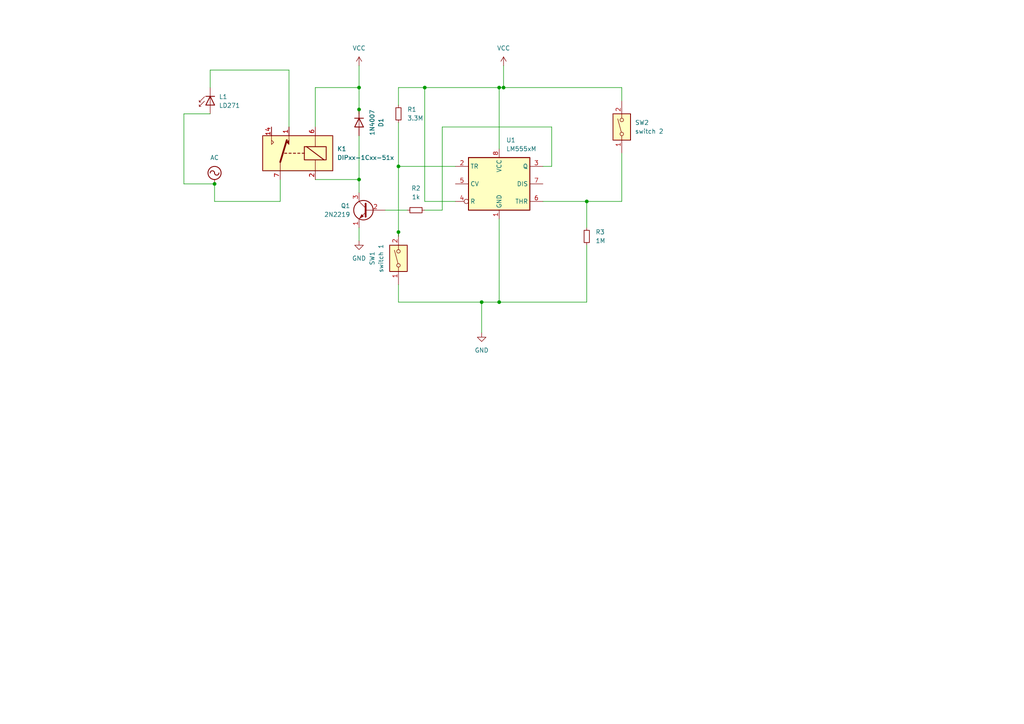
<source format=kicad_sch>
(kicad_sch (version 20211123) (generator eeschema)

  (uuid 9c6816c4-88e1-4208-9897-3ec1d807db60)

  (paper "A4")

  (lib_symbols
    (symbol "Device:R_Small" (pin_numbers hide) (pin_names (offset 0.254) hide) (in_bom yes) (on_board yes)
      (property "Reference" "R" (id 0) (at 0.762 0.508 0)
        (effects (font (size 1.27 1.27)) (justify left))
      )
      (property "Value" "R_Small" (id 1) (at 0.762 -1.016 0)
        (effects (font (size 1.27 1.27)) (justify left))
      )
      (property "Footprint" "" (id 2) (at 0 0 0)
        (effects (font (size 1.27 1.27)) hide)
      )
      (property "Datasheet" "~" (id 3) (at 0 0 0)
        (effects (font (size 1.27 1.27)) hide)
      )
      (property "ki_keywords" "R resistor" (id 4) (at 0 0 0)
        (effects (font (size 1.27 1.27)) hide)
      )
      (property "ki_description" "Resistor, small symbol" (id 5) (at 0 0 0)
        (effects (font (size 1.27 1.27)) hide)
      )
      (property "ki_fp_filters" "R_*" (id 6) (at 0 0 0)
        (effects (font (size 1.27 1.27)) hide)
      )
      (symbol "R_Small_0_1"
        (rectangle (start -0.762 1.778) (end 0.762 -1.778)
          (stroke (width 0.2032) (type default) (color 0 0 0 0))
          (fill (type none))
        )
      )
      (symbol "R_Small_1_1"
        (pin passive line (at 0 2.54 270) (length 0.762)
          (name "~" (effects (font (size 1.27 1.27))))
          (number "1" (effects (font (size 1.27 1.27))))
        )
        (pin passive line (at 0 -2.54 90) (length 0.762)
          (name "~" (effects (font (size 1.27 1.27))))
          (number "2" (effects (font (size 1.27 1.27))))
        )
      )
    )
    (symbol "Diode:1N4007" (pin_numbers hide) (pin_names (offset 1.016) hide) (in_bom yes) (on_board yes)
      (property "Reference" "D" (id 0) (at 0 2.54 0)
        (effects (font (size 1.27 1.27)))
      )
      (property "Value" "1N4007" (id 1) (at 0 -2.54 0)
        (effects (font (size 1.27 1.27)))
      )
      (property "Footprint" "Diode_THT:D_DO-41_SOD81_P10.16mm_Horizontal" (id 2) (at 0 -4.445 0)
        (effects (font (size 1.27 1.27)) hide)
      )
      (property "Datasheet" "http://www.vishay.com/docs/88503/1n4001.pdf" (id 3) (at 0 0 0)
        (effects (font (size 1.27 1.27)) hide)
      )
      (property "ki_keywords" "diode" (id 4) (at 0 0 0)
        (effects (font (size 1.27 1.27)) hide)
      )
      (property "ki_description" "1000V 1A General Purpose Rectifier Diode, DO-41" (id 5) (at 0 0 0)
        (effects (font (size 1.27 1.27)) hide)
      )
      (property "ki_fp_filters" "D*DO?41*" (id 6) (at 0 0 0)
        (effects (font (size 1.27 1.27)) hide)
      )
      (symbol "1N4007_0_1"
        (polyline
          (pts
            (xy -1.27 1.27)
            (xy -1.27 -1.27)
          )
          (stroke (width 0.254) (type default) (color 0 0 0 0))
          (fill (type none))
        )
        (polyline
          (pts
            (xy 1.27 0)
            (xy -1.27 0)
          )
          (stroke (width 0) (type default) (color 0 0 0 0))
          (fill (type none))
        )
        (polyline
          (pts
            (xy 1.27 1.27)
            (xy 1.27 -1.27)
            (xy -1.27 0)
            (xy 1.27 1.27)
          )
          (stroke (width 0.254) (type default) (color 0 0 0 0))
          (fill (type none))
        )
      )
      (symbol "1N4007_1_1"
        (pin passive line (at -3.81 0 0) (length 2.54)
          (name "K" (effects (font (size 1.27 1.27))))
          (number "1" (effects (font (size 1.27 1.27))))
        )
        (pin passive line (at 3.81 0 180) (length 2.54)
          (name "A" (effects (font (size 1.27 1.27))))
          (number "2" (effects (font (size 1.27 1.27))))
        )
      )
    )
    (symbol "LED:LD271" (pin_numbers hide) (pin_names (offset 1.016) hide) (in_bom yes) (on_board yes)
      (property "Reference" "D" (id 0) (at 0.508 1.778 0)
        (effects (font (size 1.27 1.27)) (justify left))
      )
      (property "Value" "LD271" (id 1) (at -1.016 -2.794 0)
        (effects (font (size 1.27 1.27)))
      )
      (property "Footprint" "LED_THT:LED_D5.0mm_IRGrey" (id 2) (at 0 4.445 0)
        (effects (font (size 1.27 1.27)) hide)
      )
      (property "Datasheet" "http://www.alliedelec.com/m/d/40788c34903a719969df15f1fbea1056.pdf" (id 3) (at -1.27 0 0)
        (effects (font (size 1.27 1.27)) hide)
      )
      (property "ki_keywords" "IR LED" (id 4) (at 0 0 0)
        (effects (font (size 1.27 1.27)) hide)
      )
      (property "ki_description" "940nm IR-LED, 5mm" (id 5) (at 0 0 0)
        (effects (font (size 1.27 1.27)) hide)
      )
      (property "ki_fp_filters" "LED*5.0mm*IRGrey*" (id 6) (at 0 0 0)
        (effects (font (size 1.27 1.27)) hide)
      )
      (symbol "LD271_0_1"
        (polyline
          (pts
            (xy -2.54 1.27)
            (xy -2.54 -1.27)
          )
          (stroke (width 0.254) (type default) (color 0 0 0 0))
          (fill (type none))
        )
        (polyline
          (pts
            (xy 0 0)
            (xy -2.54 0)
          )
          (stroke (width 0) (type default) (color 0 0 0 0))
          (fill (type none))
        )
        (polyline
          (pts
            (xy 0.381 3.175)
            (xy -0.127 3.175)
          )
          (stroke (width 0) (type default) (color 0 0 0 0))
          (fill (type none))
        )
        (polyline
          (pts
            (xy -1.143 1.651)
            (xy 0.381 3.175)
            (xy 0.381 2.667)
          )
          (stroke (width 0) (type default) (color 0 0 0 0))
          (fill (type none))
        )
        (polyline
          (pts
            (xy 0 -1.27)
            (xy -2.54 0)
            (xy 0 1.27)
            (xy 0 -1.27)
          )
          (stroke (width 0.254) (type default) (color 0 0 0 0))
          (fill (type none))
        )
        (polyline
          (pts
            (xy -2.413 1.651)
            (xy -0.889 3.175)
            (xy -0.889 2.667)
            (xy -0.889 3.175)
            (xy -1.397 3.175)
          )
          (stroke (width 0) (type default) (color 0 0 0 0))
          (fill (type none))
        )
      )
      (symbol "LD271_1_1"
        (pin passive line (at -5.08 0 0) (length 2.54)
          (name "K" (effects (font (size 1.27 1.27))))
          (number "1" (effects (font (size 1.27 1.27))))
        )
        (pin passive line (at 2.54 0 180) (length 2.54)
          (name "A" (effects (font (size 1.27 1.27))))
          (number "2" (effects (font (size 1.27 1.27))))
        )
      )
    )
    (symbol "Relay:DIPxx-1Cxx-51x" (in_bom yes) (on_board yes)
      (property "Reference" "K" (id 0) (at 11.43 3.81 0)
        (effects (font (size 1.27 1.27)) (justify left))
      )
      (property "Value" "DIPxx-1Cxx-51x" (id 1) (at 11.43 1.27 0)
        (effects (font (size 1.27 1.27)) (justify left))
      )
      (property "Footprint" "Relay_THT:Relay_StandexMeder_DIP_LowProfile" (id 2) (at 11.43 -1.27 0)
        (effects (font (size 1.27 1.27)) (justify left) hide)
      )
      (property "Datasheet" "https://standexelectronics.com/wp-content/uploads/datasheet_reed_relay_DIP.pdf" (id 3) (at 0 0 0)
        (effects (font (size 1.27 1.27)) hide)
      )
      (property "ki_keywords" "Single Pole Reed Relay SPDT" (id 4) (at 0 0 0)
        (effects (font (size 1.27 1.27)) hide)
      )
      (property "ki_description" "Standex Meder DIP reed relay, SPDT" (id 5) (at 0 0 0)
        (effects (font (size 1.27 1.27)) hide)
      )
      (property "ki_fp_filters" "Relay*StandexMeder*DIP*LowProfile*" (id 6) (at 0 0 0)
        (effects (font (size 1.27 1.27)) hide)
      )
      (symbol "DIPxx-1Cxx-51x_0_0"
        (polyline
          (pts
            (xy 2.54 5.08)
            (xy 2.54 2.54)
            (xy 3.175 3.175)
            (xy 2.54 3.81)
          )
          (stroke (width 0) (type default) (color 0 0 0 0))
          (fill (type outline))
        )
        (polyline
          (pts
            (xy 7.62 5.08)
            (xy 7.62 2.54)
            (xy 6.985 3.175)
            (xy 7.62 3.81)
          )
          (stroke (width 0) (type default) (color 0 0 0 0))
          (fill (type none))
        )
      )
      (symbol "DIPxx-1Cxx-51x_0_1"
        (rectangle (start -10.16 5.08) (end 10.16 -5.08)
          (stroke (width 0.254) (type default) (color 0 0 0 0))
          (fill (type background))
        )
        (rectangle (start -8.255 1.905) (end -1.905 -1.905)
          (stroke (width 0.254) (type default) (color 0 0 0 0))
          (fill (type none))
        )
        (polyline
          (pts
            (xy -7.62 -1.905)
            (xy -2.54 1.905)
          )
          (stroke (width 0.254) (type default) (color 0 0 0 0))
          (fill (type none))
        )
        (polyline
          (pts
            (xy -5.08 -5.08)
            (xy -5.08 -1.905)
          )
          (stroke (width 0) (type default) (color 0 0 0 0))
          (fill (type none))
        )
        (polyline
          (pts
            (xy -5.08 5.08)
            (xy -5.08 1.905)
          )
          (stroke (width 0) (type default) (color 0 0 0 0))
          (fill (type none))
        )
        (polyline
          (pts
            (xy -1.905 0)
            (xy -1.27 0)
          )
          (stroke (width 0.254) (type default) (color 0 0 0 0))
          (fill (type none))
        )
        (polyline
          (pts
            (xy -0.635 0)
            (xy 0 0)
          )
          (stroke (width 0.254) (type default) (color 0 0 0 0))
          (fill (type none))
        )
        (polyline
          (pts
            (xy 0.635 0)
            (xy 1.27 0)
          )
          (stroke (width 0.254) (type default) (color 0 0 0 0))
          (fill (type none))
        )
        (polyline
          (pts
            (xy 1.905 0)
            (xy 2.54 0)
          )
          (stroke (width 0.254) (type default) (color 0 0 0 0))
          (fill (type none))
        )
        (polyline
          (pts
            (xy 3.175 0)
            (xy 3.81 0)
          )
          (stroke (width 0.254) (type default) (color 0 0 0 0))
          (fill (type none))
        )
        (polyline
          (pts
            (xy 5.08 -2.54)
            (xy 3.175 3.81)
          )
          (stroke (width 0.508) (type default) (color 0 0 0 0))
          (fill (type none))
        )
        (polyline
          (pts
            (xy 5.08 -2.54)
            (xy 5.08 -5.08)
          )
          (stroke (width 0) (type default) (color 0 0 0 0))
          (fill (type none))
        )
      )
      (symbol "DIPxx-1Cxx-51x_1_1"
        (pin passive line (at 2.54 7.62 270) (length 2.54)
          (name "~" (effects (font (size 1.27 1.27))))
          (number "1" (effects (font (size 1.27 1.27))))
        )
        (pin passive line (at 7.62 7.62 270) (length 2.54)
          (name "~" (effects (font (size 1.27 1.27))))
          (number "14" (effects (font (size 1.27 1.27))))
        )
        (pin passive line (at -5.08 -7.62 90) (length 2.54)
          (name "~" (effects (font (size 1.27 1.27))))
          (number "2" (effects (font (size 1.27 1.27))))
        )
        (pin passive line (at -5.08 7.62 270) (length 2.54)
          (name "~" (effects (font (size 1.27 1.27))))
          (number "6" (effects (font (size 1.27 1.27))))
        )
        (pin passive line (at 5.08 -7.62 90) (length 2.54)
          (name "~" (effects (font (size 1.27 1.27))))
          (number "7" (effects (font (size 1.27 1.27))))
        )
        (pin passive line (at 5.08 -7.62 90) (length 2.54) hide
          (name "~" (effects (font (size 1.27 1.27))))
          (number "8" (effects (font (size 1.27 1.27))))
        )
      )
    )
    (symbol "Switch:SW_DIP_x01" (pin_names (offset 0) hide) (in_bom yes) (on_board yes)
      (property "Reference" "SW" (id 0) (at 0 3.81 0)
        (effects (font (size 1.27 1.27)))
      )
      (property "Value" "SW_DIP_x01" (id 1) (at 0 -3.81 0)
        (effects (font (size 1.27 1.27)))
      )
      (property "Footprint" "" (id 2) (at 0 0 0)
        (effects (font (size 1.27 1.27)) hide)
      )
      (property "Datasheet" "~" (id 3) (at 0 0 0)
        (effects (font (size 1.27 1.27)) hide)
      )
      (property "ki_keywords" "dip switch" (id 4) (at 0 0 0)
        (effects (font (size 1.27 1.27)) hide)
      )
      (property "ki_description" "1x DIP Switch, Single Pole Single Throw (SPST) switch, small symbol" (id 5) (at 0 0 0)
        (effects (font (size 1.27 1.27)) hide)
      )
      (property "ki_fp_filters" "SW?DIP?x1*" (id 6) (at 0 0 0)
        (effects (font (size 1.27 1.27)) hide)
      )
      (symbol "SW_DIP_x01_0_0"
        (circle (center -2.032 0) (radius 0.508)
          (stroke (width 0) (type default) (color 0 0 0 0))
          (fill (type none))
        )
        (polyline
          (pts
            (xy -1.524 0.127)
            (xy 2.3622 1.1684)
          )
          (stroke (width 0) (type default) (color 0 0 0 0))
          (fill (type none))
        )
        (circle (center 2.032 0) (radius 0.508)
          (stroke (width 0) (type default) (color 0 0 0 0))
          (fill (type none))
        )
      )
      (symbol "SW_DIP_x01_0_1"
        (rectangle (start -3.81 2.54) (end 3.81 -2.54)
          (stroke (width 0.254) (type default) (color 0 0 0 0))
          (fill (type background))
        )
      )
      (symbol "SW_DIP_x01_1_1"
        (pin passive line (at -7.62 0 0) (length 5.08)
          (name "~" (effects (font (size 1.27 1.27))))
          (number "1" (effects (font (size 1.27 1.27))))
        )
        (pin passive line (at 7.62 0 180) (length 5.08)
          (name "~" (effects (font (size 1.27 1.27))))
          (number "2" (effects (font (size 1.27 1.27))))
        )
      )
    )
    (symbol "Timer:LM555xM" (in_bom yes) (on_board yes)
      (property "Reference" "U" (id 0) (at -10.16 8.89 0)
        (effects (font (size 1.27 1.27)) (justify left))
      )
      (property "Value" "LM555xM" (id 1) (at 2.54 8.89 0)
        (effects (font (size 1.27 1.27)) (justify left))
      )
      (property "Footprint" "Package_SO:SOIC-8_3.9x4.9mm_P1.27mm" (id 2) (at 21.59 -10.16 0)
        (effects (font (size 1.27 1.27)) hide)
      )
      (property "Datasheet" "http://www.ti.com/lit/ds/symlink/lm555.pdf" (id 3) (at 21.59 -10.16 0)
        (effects (font (size 1.27 1.27)) hide)
      )
      (property "ki_keywords" "single timer 555" (id 4) (at 0 0 0)
        (effects (font (size 1.27 1.27)) hide)
      )
      (property "ki_description" "Timer, 555 compatible, SOIC-8" (id 5) (at 0 0 0)
        (effects (font (size 1.27 1.27)) hide)
      )
      (property "ki_fp_filters" "SOIC*3.9x4.9mm*P1.27mm*" (id 6) (at 0 0 0)
        (effects (font (size 1.27 1.27)) hide)
      )
      (symbol "LM555xM_0_0"
        (pin power_in line (at 0 -10.16 90) (length 2.54)
          (name "GND" (effects (font (size 1.27 1.27))))
          (number "1" (effects (font (size 1.27 1.27))))
        )
        (pin power_in line (at 0 10.16 270) (length 2.54)
          (name "VCC" (effects (font (size 1.27 1.27))))
          (number "8" (effects (font (size 1.27 1.27))))
        )
      )
      (symbol "LM555xM_0_1"
        (rectangle (start -8.89 -7.62) (end 8.89 7.62)
          (stroke (width 0.254) (type default) (color 0 0 0 0))
          (fill (type background))
        )
        (rectangle (start -8.89 -7.62) (end 8.89 7.62)
          (stroke (width 0.254) (type default) (color 0 0 0 0))
          (fill (type background))
        )
      )
      (symbol "LM555xM_1_1"
        (pin input line (at -12.7 5.08 0) (length 3.81)
          (name "TR" (effects (font (size 1.27 1.27))))
          (number "2" (effects (font (size 1.27 1.27))))
        )
        (pin output line (at 12.7 5.08 180) (length 3.81)
          (name "Q" (effects (font (size 1.27 1.27))))
          (number "3" (effects (font (size 1.27 1.27))))
        )
        (pin input inverted (at -12.7 -5.08 0) (length 3.81)
          (name "R" (effects (font (size 1.27 1.27))))
          (number "4" (effects (font (size 1.27 1.27))))
        )
        (pin input line (at -12.7 0 0) (length 3.81)
          (name "CV" (effects (font (size 1.27 1.27))))
          (number "5" (effects (font (size 1.27 1.27))))
        )
        (pin input line (at 12.7 -5.08 180) (length 3.81)
          (name "THR" (effects (font (size 1.27 1.27))))
          (number "6" (effects (font (size 1.27 1.27))))
        )
        (pin input line (at 12.7 0 180) (length 3.81)
          (name "DIS" (effects (font (size 1.27 1.27))))
          (number "7" (effects (font (size 1.27 1.27))))
        )
      )
    )
    (symbol "Transistor_BJT:2N2219" (pin_names (offset 0) hide) (in_bom yes) (on_board yes)
      (property "Reference" "Q" (id 0) (at 5.08 1.905 0)
        (effects (font (size 1.27 1.27)) (justify left))
      )
      (property "Value" "2N2219" (id 1) (at 5.08 0 0)
        (effects (font (size 1.27 1.27)) (justify left))
      )
      (property "Footprint" "Package_TO_SOT_THT:TO-39-3" (id 2) (at 5.08 -1.905 0)
        (effects (font (size 1.27 1.27) italic) (justify left) hide)
      )
      (property "Datasheet" "http://www.onsemi.com/pub_link/Collateral/2N2219-D.PDF" (id 3) (at 0 0 0)
        (effects (font (size 1.27 1.27)) (justify left) hide)
      )
      (property "ki_keywords" "NPN Transistor" (id 4) (at 0 0 0)
        (effects (font (size 1.27 1.27)) hide)
      )
      (property "ki_description" "800mA Ic, 50V Vce, NPN Transistor, TO-39" (id 5) (at 0 0 0)
        (effects (font (size 1.27 1.27)) hide)
      )
      (property "ki_fp_filters" "TO?39*" (id 6) (at 0 0 0)
        (effects (font (size 1.27 1.27)) hide)
      )
      (symbol "2N2219_0_1"
        (polyline
          (pts
            (xy 0.635 0.635)
            (xy 2.54 2.54)
          )
          (stroke (width 0) (type default) (color 0 0 0 0))
          (fill (type none))
        )
        (polyline
          (pts
            (xy 0.635 -0.635)
            (xy 2.54 -2.54)
            (xy 2.54 -2.54)
          )
          (stroke (width 0) (type default) (color 0 0 0 0))
          (fill (type none))
        )
        (polyline
          (pts
            (xy 0.635 1.905)
            (xy 0.635 -1.905)
            (xy 0.635 -1.905)
          )
          (stroke (width 0.508) (type default) (color 0 0 0 0))
          (fill (type none))
        )
        (polyline
          (pts
            (xy 1.27 -1.778)
            (xy 1.778 -1.27)
            (xy 2.286 -2.286)
            (xy 1.27 -1.778)
            (xy 1.27 -1.778)
          )
          (stroke (width 0) (type default) (color 0 0 0 0))
          (fill (type outline))
        )
        (circle (center 1.27 0) (radius 2.8194)
          (stroke (width 0.254) (type default) (color 0 0 0 0))
          (fill (type none))
        )
      )
      (symbol "2N2219_1_1"
        (pin passive line (at 2.54 -5.08 90) (length 2.54)
          (name "E" (effects (font (size 1.27 1.27))))
          (number "1" (effects (font (size 1.27 1.27))))
        )
        (pin passive line (at -5.08 0 0) (length 5.715)
          (name "B" (effects (font (size 1.27 1.27))))
          (number "2" (effects (font (size 1.27 1.27))))
        )
        (pin passive line (at 2.54 5.08 270) (length 2.54)
          (name "C" (effects (font (size 1.27 1.27))))
          (number "3" (effects (font (size 1.27 1.27))))
        )
      )
    )
    (symbol "power:AC" (power) (pin_names (offset 0)) (in_bom yes) (on_board yes)
      (property "Reference" "#PWR" (id 0) (at 0 -2.54 0)
        (effects (font (size 1.27 1.27)) hide)
      )
      (property "Value" "AC" (id 1) (at 0 6.35 0)
        (effects (font (size 1.27 1.27)))
      )
      (property "Footprint" "" (id 2) (at 0 0 0)
        (effects (font (size 1.27 1.27)) hide)
      )
      (property "Datasheet" "" (id 3) (at 0 0 0)
        (effects (font (size 1.27 1.27)) hide)
      )
      (property "ki_keywords" "power-flag" (id 4) (at 0 0 0)
        (effects (font (size 1.27 1.27)) hide)
      )
      (property "ki_description" "Power symbol creates a global label with name \"AC\"" (id 5) (at 0 0 0)
        (effects (font (size 1.27 1.27)) hide)
      )
      (symbol "AC_0_1"
        (polyline
          (pts
            (xy 0 0)
            (xy 0 1.27)
          )
          (stroke (width 0) (type default) (color 0 0 0 0))
          (fill (type none))
        )
        (arc (start 0 3.175) (mid -0.635 3.81) (end -1.27 3.175)
          (stroke (width 0.254) (type default) (color 0 0 0 0))
          (fill (type none))
        )
        (arc (start 0 3.175) (mid 0.635 2.54) (end 1.27 3.175)
          (stroke (width 0.254) (type default) (color 0 0 0 0))
          (fill (type none))
        )
        (circle (center 0 3.175) (radius 1.905)
          (stroke (width 0.254) (type default) (color 0 0 0 0))
          (fill (type none))
        )
      )
      (symbol "AC_1_1"
        (pin power_in line (at 0 0 90) (length 0) hide
          (name "AC" (effects (font (size 1.27 1.27))))
          (number "1" (effects (font (size 1.27 1.27))))
        )
      )
    )
    (symbol "power:GND" (power) (pin_names (offset 0)) (in_bom yes) (on_board yes)
      (property "Reference" "#PWR" (id 0) (at 0 -6.35 0)
        (effects (font (size 1.27 1.27)) hide)
      )
      (property "Value" "GND" (id 1) (at 0 -3.81 0)
        (effects (font (size 1.27 1.27)))
      )
      (property "Footprint" "" (id 2) (at 0 0 0)
        (effects (font (size 1.27 1.27)) hide)
      )
      (property "Datasheet" "" (id 3) (at 0 0 0)
        (effects (font (size 1.27 1.27)) hide)
      )
      (property "ki_keywords" "power-flag" (id 4) (at 0 0 0)
        (effects (font (size 1.27 1.27)) hide)
      )
      (property "ki_description" "Power symbol creates a global label with name \"GND\" , ground" (id 5) (at 0 0 0)
        (effects (font (size 1.27 1.27)) hide)
      )
      (symbol "GND_0_1"
        (polyline
          (pts
            (xy 0 0)
            (xy 0 -1.27)
            (xy 1.27 -1.27)
            (xy 0 -2.54)
            (xy -1.27 -1.27)
            (xy 0 -1.27)
          )
          (stroke (width 0) (type default) (color 0 0 0 0))
          (fill (type none))
        )
      )
      (symbol "GND_1_1"
        (pin power_in line (at 0 0 270) (length 0) hide
          (name "GND" (effects (font (size 1.27 1.27))))
          (number "1" (effects (font (size 1.27 1.27))))
        )
      )
    )
    (symbol "power:VCC" (power) (pin_names (offset 0)) (in_bom yes) (on_board yes)
      (property "Reference" "#PWR" (id 0) (at 0 -3.81 0)
        (effects (font (size 1.27 1.27)) hide)
      )
      (property "Value" "VCC" (id 1) (at 0 3.81 0)
        (effects (font (size 1.27 1.27)))
      )
      (property "Footprint" "" (id 2) (at 0 0 0)
        (effects (font (size 1.27 1.27)) hide)
      )
      (property "Datasheet" "" (id 3) (at 0 0 0)
        (effects (font (size 1.27 1.27)) hide)
      )
      (property "ki_keywords" "power-flag" (id 4) (at 0 0 0)
        (effects (font (size 1.27 1.27)) hide)
      )
      (property "ki_description" "Power symbol creates a global label with name \"VCC\"" (id 5) (at 0 0 0)
        (effects (font (size 1.27 1.27)) hide)
      )
      (symbol "VCC_0_1"
        (polyline
          (pts
            (xy -0.762 1.27)
            (xy 0 2.54)
          )
          (stroke (width 0) (type default) (color 0 0 0 0))
          (fill (type none))
        )
        (polyline
          (pts
            (xy 0 0)
            (xy 0 2.54)
          )
          (stroke (width 0) (type default) (color 0 0 0 0))
          (fill (type none))
        )
        (polyline
          (pts
            (xy 0 2.54)
            (xy 0.762 1.27)
          )
          (stroke (width 0) (type default) (color 0 0 0 0))
          (fill (type none))
        )
      )
      (symbol "VCC_1_1"
        (pin power_in line (at 0 0 90) (length 0) hide
          (name "VCC" (effects (font (size 1.27 1.27))))
          (number "1" (effects (font (size 1.27 1.27))))
        )
      )
    )
  )

  (junction (at 144.78 25.4) (diameter 0) (color 0 0 0 0)
    (uuid 2c04482a-4909-47e6-92a5-56feeef8ddf2)
  )
  (junction (at 104.14 31.75) (diameter 0) (color 0 0 0 0)
    (uuid 3051cae3-06a8-42e3-8416-1d8973bcc9a4)
  )
  (junction (at 104.14 25.4) (diameter 0) (color 0 0 0 0)
    (uuid 40a7c06a-7133-4fd4-ac92-47cf4252daa5)
  )
  (junction (at 139.7 87.63) (diameter 0) (color 0 0 0 0)
    (uuid 5d50c64b-1ce3-4108-b1ba-139174898434)
  )
  (junction (at 104.14 52.07) (diameter 0) (color 0 0 0 0)
    (uuid 6b0c0873-f47d-40e3-9c87-e048f6e156c3)
  )
  (junction (at 144.78 87.63) (diameter 0) (color 0 0 0 0)
    (uuid 79ce9cf5-067a-4c16-ab04-3e0adc3496b8)
  )
  (junction (at 123.19 25.4) (diameter 0) (color 0 0 0 0)
    (uuid 828ef301-16fa-4985-bb3d-b974d99a4dd2)
  )
  (junction (at 115.57 67.31) (diameter 0) (color 0 0 0 0)
    (uuid 89bac898-9df6-4644-bf39-ce01d0a69ea6)
  )
  (junction (at 146.05 25.4) (diameter 0) (color 0 0 0 0)
    (uuid 94de1dac-8921-4440-afb6-1bcb1c218037)
  )
  (junction (at 170.18 58.42) (diameter 0) (color 0 0 0 0)
    (uuid 9be9d58f-aa0f-4df1-b2a5-5eb6079531f0)
  )
  (junction (at 115.57 48.26) (diameter 0) (color 0 0 0 0)
    (uuid c51d7dad-1bc5-43c6-b3c6-b156de9c04fc)
  )
  (junction (at 62.23 53.34) (diameter 0) (color 0 0 0 0)
    (uuid d6e35495-9505-485e-be03-1059167f0e49)
  )

  (wire (pts (xy 170.18 71.12) (xy 170.18 87.63))
    (stroke (width 0) (type default) (color 0 0 0 0))
    (uuid 02a160a2-4517-4a3b-928d-ecab087b7245)
  )
  (wire (pts (xy 83.82 36.83) (xy 83.82 20.32))
    (stroke (width 0) (type default) (color 0 0 0 0))
    (uuid 14360f78-c55e-4635-b260-3fc3cee33b75)
  )
  (wire (pts (xy 104.14 52.07) (xy 104.14 55.88))
    (stroke (width 0) (type default) (color 0 0 0 0))
    (uuid 156571ec-53c0-4d38-b80d-4a6542dbd27b)
  )
  (wire (pts (xy 115.57 25.4) (xy 115.57 30.48))
    (stroke (width 0) (type default) (color 0 0 0 0))
    (uuid 15aa7e01-33af-428a-a8f4-cd30560870dc)
  )
  (wire (pts (xy 170.18 58.42) (xy 170.18 66.04))
    (stroke (width 0) (type default) (color 0 0 0 0))
    (uuid 2c3f0c00-ad03-409d-8c39-b529535e121c)
  )
  (wire (pts (xy 81.28 58.42) (xy 62.23 58.42))
    (stroke (width 0) (type default) (color 0 0 0 0))
    (uuid 34e2cc1e-272d-4000-a4ab-5497afddd9d0)
  )
  (wire (pts (xy 180.34 29.21) (xy 180.34 25.4))
    (stroke (width 0) (type default) (color 0 0 0 0))
    (uuid 3606da1a-b230-4c68-a8c8-8ddba8aff63b)
  )
  (wire (pts (xy 91.44 36.83) (xy 91.44 25.4))
    (stroke (width 0) (type default) (color 0 0 0 0))
    (uuid 37444e5b-ec06-43e1-857c-ea1591414ba3)
  )
  (wire (pts (xy 157.48 48.26) (xy 160.02 48.26))
    (stroke (width 0) (type default) (color 0 0 0 0))
    (uuid 387e88d5-12f7-4406-9187-6916bec744b1)
  )
  (wire (pts (xy 60.96 20.32) (xy 60.96 25.4))
    (stroke (width 0) (type default) (color 0 0 0 0))
    (uuid 39e409d1-1399-4983-bc88-62d89c09ded7)
  )
  (wire (pts (xy 157.48 58.42) (xy 170.18 58.42))
    (stroke (width 0) (type default) (color 0 0 0 0))
    (uuid 3f6d93a6-b242-4177-a542-9601a70ff3fc)
  )
  (wire (pts (xy 111.76 60.96) (xy 118.11 60.96))
    (stroke (width 0) (type default) (color 0 0 0 0))
    (uuid 3f7ae4ae-aafb-49c5-90c2-86e693a7c859)
  )
  (wire (pts (xy 53.34 53.34) (xy 62.23 53.34))
    (stroke (width 0) (type default) (color 0 0 0 0))
    (uuid 42af1b7c-d529-4a10-8bd8-8c5edfabb179)
  )
  (wire (pts (xy 53.34 33.02) (xy 53.34 53.34))
    (stroke (width 0) (type default) (color 0 0 0 0))
    (uuid 43aa0fc6-9d63-474c-800a-dfcbcb5f3285)
  )
  (wire (pts (xy 146.05 19.05) (xy 146.05 25.4))
    (stroke (width 0) (type default) (color 0 0 0 0))
    (uuid 4569f912-20a9-47f8-894f-757f7ef056e8)
  )
  (wire (pts (xy 128.27 36.83) (xy 160.02 36.83))
    (stroke (width 0) (type default) (color 0 0 0 0))
    (uuid 4af06bee-32f6-404b-801d-f30e2d1f97f0)
  )
  (wire (pts (xy 144.78 25.4) (xy 146.05 25.4))
    (stroke (width 0) (type default) (color 0 0 0 0))
    (uuid 51e6b0e0-9b11-47f3-955b-05fa74d48598)
  )
  (wire (pts (xy 144.78 87.63) (xy 139.7 87.63))
    (stroke (width 0) (type default) (color 0 0 0 0))
    (uuid 5a9449f5-9e8f-4cc1-930f-e7e41ab0b00b)
  )
  (wire (pts (xy 123.19 25.4) (xy 123.19 58.42))
    (stroke (width 0) (type default) (color 0 0 0 0))
    (uuid 64d88ea1-edf0-4635-b6ac-d3fa82c43317)
  )
  (wire (pts (xy 60.96 33.02) (xy 53.34 33.02))
    (stroke (width 0) (type default) (color 0 0 0 0))
    (uuid 688e56bd-aa89-4066-8c5e-0991d928629d)
  )
  (wire (pts (xy 91.44 25.4) (xy 104.14 25.4))
    (stroke (width 0) (type default) (color 0 0 0 0))
    (uuid 68d7cfe5-56be-4494-932f-5b5de43a236e)
  )
  (wire (pts (xy 123.19 25.4) (xy 144.78 25.4))
    (stroke (width 0) (type default) (color 0 0 0 0))
    (uuid 6ee30666-6997-45a6-b3c6-bde5cf9e9ef7)
  )
  (wire (pts (xy 81.28 52.07) (xy 81.28 58.42))
    (stroke (width 0) (type default) (color 0 0 0 0))
    (uuid 7b74d667-af80-4d90-99e5-1eb03a035e9f)
  )
  (wire (pts (xy 170.18 58.42) (xy 180.34 58.42))
    (stroke (width 0) (type default) (color 0 0 0 0))
    (uuid 7b8bd2f5-78d2-4151-81df-c83b1fb9342e)
  )
  (wire (pts (xy 115.57 35.56) (xy 115.57 48.26))
    (stroke (width 0) (type default) (color 0 0 0 0))
    (uuid 83840097-468d-4661-8e88-2068c153859b)
  )
  (wire (pts (xy 104.14 31.75) (xy 104.14 33.02))
    (stroke (width 0) (type default) (color 0 0 0 0))
    (uuid 87db51de-d00b-4ce4-bef2-b7e2d63998ea)
  )
  (wire (pts (xy 146.05 25.4) (xy 180.34 25.4))
    (stroke (width 0) (type default) (color 0 0 0 0))
    (uuid 8cf40453-23ef-44f6-8a21-a268908b87c8)
  )
  (wire (pts (xy 115.57 87.63) (xy 115.57 82.55))
    (stroke (width 0) (type default) (color 0 0 0 0))
    (uuid 9d65d9eb-b0a8-4812-8fc5-ffdd68b0fa4e)
  )
  (wire (pts (xy 83.82 20.32) (xy 60.96 20.32))
    (stroke (width 0) (type default) (color 0 0 0 0))
    (uuid a84653c0-56e0-4fb3-89af-f727c957ed96)
  )
  (wire (pts (xy 115.57 25.4) (xy 123.19 25.4))
    (stroke (width 0) (type default) (color 0 0 0 0))
    (uuid aa0bedd2-fe37-49d1-82b0-a8f46835a2fc)
  )
  (wire (pts (xy 144.78 63.5) (xy 144.78 87.63))
    (stroke (width 0) (type default) (color 0 0 0 0))
    (uuid ace40e05-8a0c-4b2b-9515-c0c0b1ee04d7)
  )
  (wire (pts (xy 128.27 60.96) (xy 128.27 36.83))
    (stroke (width 0) (type default) (color 0 0 0 0))
    (uuid adb2865a-e33a-4c1f-8377-336ee280565b)
  )
  (wire (pts (xy 115.57 67.31) (xy 115.57 68.58))
    (stroke (width 0) (type default) (color 0 0 0 0))
    (uuid af878ef1-a8f7-40cb-be4e-20da93656bd0)
  )
  (wire (pts (xy 91.44 52.07) (xy 104.14 52.07))
    (stroke (width 0) (type default) (color 0 0 0 0))
    (uuid b095c784-bea0-4602-bfc0-b502808a1d0f)
  )
  (wire (pts (xy 144.78 25.4) (xy 144.78 43.18))
    (stroke (width 0) (type default) (color 0 0 0 0))
    (uuid b5f45711-68b5-48a9-aaf0-5ecea50c774c)
  )
  (wire (pts (xy 170.18 87.63) (xy 144.78 87.63))
    (stroke (width 0) (type default) (color 0 0 0 0))
    (uuid be08ff78-2b0f-4ae5-b85e-c8a03af7dae0)
  )
  (wire (pts (xy 104.14 19.05) (xy 104.14 25.4))
    (stroke (width 0) (type default) (color 0 0 0 0))
    (uuid c147b076-eca1-4fff-a78a-96e3e9820606)
  )
  (wire (pts (xy 62.23 58.42) (xy 62.23 53.34))
    (stroke (width 0) (type default) (color 0 0 0 0))
    (uuid ca596951-a3a6-4599-86e9-d178dbb155d4)
  )
  (wire (pts (xy 115.57 48.26) (xy 132.08 48.26))
    (stroke (width 0) (type default) (color 0 0 0 0))
    (uuid cfbdf838-0207-40fc-be03-b6fac7266093)
  )
  (wire (pts (xy 160.02 36.83) (xy 160.02 48.26))
    (stroke (width 0) (type default) (color 0 0 0 0))
    (uuid d0e15108-1bfc-47a6-bc12-0da5c00cd1eb)
  )
  (wire (pts (xy 132.08 58.42) (xy 123.19 58.42))
    (stroke (width 0) (type default) (color 0 0 0 0))
    (uuid d464a4cf-082d-41cd-8c3b-20e148aa391a)
  )
  (wire (pts (xy 104.14 39.37) (xy 104.14 52.07))
    (stroke (width 0) (type default) (color 0 0 0 0))
    (uuid da45d287-606a-4b27-a69f-8e4d5d77553d)
  )
  (wire (pts (xy 139.7 87.63) (xy 139.7 96.52))
    (stroke (width 0) (type default) (color 0 0 0 0))
    (uuid e371abf4-3914-4401-b7b2-58c5f9f5cb4f)
  )
  (wire (pts (xy 104.14 25.4) (xy 104.14 31.75))
    (stroke (width 0) (type default) (color 0 0 0 0))
    (uuid e7114b5e-1e1e-49d3-aa85-856fa4b6d1c8)
  )
  (wire (pts (xy 123.19 60.96) (xy 128.27 60.96))
    (stroke (width 0) (type default) (color 0 0 0 0))
    (uuid e91c9503-8cd5-4fca-ab66-3caffd8904d5)
  )
  (wire (pts (xy 180.34 44.45) (xy 180.34 58.42))
    (stroke (width 0) (type default) (color 0 0 0 0))
    (uuid ec030fa5-6b1e-463d-b5ad-f552197fcb44)
  )
  (wire (pts (xy 104.14 66.04) (xy 104.14 69.85))
    (stroke (width 0) (type default) (color 0 0 0 0))
    (uuid f71cbdd8-ea7d-45fe-a6c7-9c3c42b6189a)
  )
  (wire (pts (xy 139.7 87.63) (xy 115.57 87.63))
    (stroke (width 0) (type default) (color 0 0 0 0))
    (uuid fcceedf2-2235-40bb-b4da-cefce158a151)
  )
  (wire (pts (xy 115.57 48.26) (xy 115.57 67.31))
    (stroke (width 0) (type default) (color 0 0 0 0))
    (uuid ffe24c5d-4f4a-4ab0-8fb4-ac92090b515e)
  )

  (symbol (lib_id "power:VCC") (at 104.14 19.05 0) (unit 1)
    (in_bom yes) (on_board yes) (fields_autoplaced)
    (uuid 0e32ca33-c6f9-4f98-b218-71f4dbbf1a27)
    (property "Reference" "#PWR02" (id 0) (at 104.14 22.86 0)
      (effects (font (size 1.27 1.27)) hide)
    )
    (property "Value" "VCC" (id 1) (at 104.14 13.97 0))
    (property "Footprint" "" (id 2) (at 104.14 19.05 0)
      (effects (font (size 1.27 1.27)) hide)
    )
    (property "Datasheet" "" (id 3) (at 104.14 19.05 0)
      (effects (font (size 1.27 1.27)) hide)
    )
    (pin "1" (uuid 375cc5ea-e28c-40e6-99cf-6254e29d89fd))
  )

  (symbol (lib_id "Switch:SW_DIP_x01") (at 115.57 74.93 90) (unit 1)
    (in_bom yes) (on_board yes)
    (uuid 1292eb02-e1cb-4a4d-88a2-0a28dd05358f)
    (property "Reference" "SW1" (id 0) (at 107.95 74.93 0))
    (property "Value" "switch 1" (id 1) (at 110.49 74.93 0))
    (property "Footprint" "Button_Switch_SMD:SW_DIP_SPSTx01_Slide_6.7x4.1mm_W8.61mm_P2.54mm_LowProfile" (id 2) (at 115.57 74.93 0)
      (effects (font (size 1.27 1.27)) hide)
    )
    (property "Datasheet" "~" (id 3) (at 115.57 74.93 0)
      (effects (font (size 1.27 1.27)) hide)
    )
    (pin "1" (uuid 3b79c59d-6353-415c-bd61-c84288270700))
    (pin "2" (uuid fff7e25c-4450-40fb-8b0b-0d1667f8bdd5))
  )

  (symbol (lib_id "Device:R_Small") (at 170.18 68.58 0) (unit 1)
    (in_bom yes) (on_board yes)
    (uuid 199e68a3-d51c-4b15-a8e8-3944b9db8050)
    (property "Reference" "R3" (id 0) (at 172.72 67.3099 0)
      (effects (font (size 1.27 1.27)) (justify left))
    )
    (property "Value" "1M" (id 1) (at 172.72 69.85 0)
      (effects (font (size 1.27 1.27)) (justify left))
    )
    (property "Footprint" "Resistor_THT:R_Axial_DIN0204_L3.6mm_D1.6mm_P5.08mm_Horizontal" (id 2) (at 170.18 68.58 0)
      (effects (font (size 1.27 1.27)) hide)
    )
    (property "Datasheet" "~" (id 3) (at 170.18 68.58 0)
      (effects (font (size 1.27 1.27)) hide)
    )
    (pin "1" (uuid 114f9444-dbd3-4fc6-b185-b522dc5ef5a8))
    (pin "2" (uuid 73df5e74-1c84-4acc-9e6f-b445f005e031))
  )

  (symbol (lib_id "Device:R_Small") (at 115.57 33.02 0) (unit 1)
    (in_bom yes) (on_board yes) (fields_autoplaced)
    (uuid 4d24efbc-f4ce-4aeb-b127-5ff3e27b027a)
    (property "Reference" "R1" (id 0) (at 118.11 31.7499 0)
      (effects (font (size 1.27 1.27)) (justify left))
    )
    (property "Value" "3.3M" (id 1) (at 118.11 34.2899 0)
      (effects (font (size 1.27 1.27)) (justify left))
    )
    (property "Footprint" "Resistor_THT:R_Axial_DIN0204_L3.6mm_D1.6mm_P5.08mm_Horizontal" (id 2) (at 115.57 33.02 0)
      (effects (font (size 1.27 1.27)) hide)
    )
    (property "Datasheet" "~" (id 3) (at 115.57 33.02 0)
      (effects (font (size 1.27 1.27)) hide)
    )
    (pin "1" (uuid 94112b51-8e65-4d55-90db-064388b8b48b))
    (pin "2" (uuid 21cd65ca-b7e9-418c-9d3e-88707ca2c6a9))
  )

  (symbol (lib_id "power:GND") (at 104.14 69.85 0) (unit 1)
    (in_bom yes) (on_board yes) (fields_autoplaced)
    (uuid 6a3dd04e-020b-4797-af22-2810ecf92860)
    (property "Reference" "#PWR03" (id 0) (at 104.14 76.2 0)
      (effects (font (size 1.27 1.27)) hide)
    )
    (property "Value" "GND" (id 1) (at 104.14 74.93 0))
    (property "Footprint" "" (id 2) (at 104.14 69.85 0)
      (effects (font (size 1.27 1.27)) hide)
    )
    (property "Datasheet" "" (id 3) (at 104.14 69.85 0)
      (effects (font (size 1.27 1.27)) hide)
    )
    (pin "1" (uuid e41885f1-3352-4a4e-88bb-c64ba2133a83))
  )

  (symbol (lib_id "LED:LD271") (at 60.96 30.48 90) (mirror x) (unit 1)
    (in_bom yes) (on_board yes) (fields_autoplaced)
    (uuid 6d2e6ceb-7ba8-4246-9e9d-71d2870bb1bb)
    (property "Reference" "L1" (id 0) (at 63.5 28.0669 90)
      (effects (font (size 1.27 1.27)) (justify right))
    )
    (property "Value" "LD271" (id 1) (at 63.5 30.6069 90)
      (effects (font (size 1.27 1.27)) (justify right))
    )
    (property "Footprint" "LED_THT:LED_D5.0mm_IRGrey" (id 2) (at 56.515 30.48 0)
      (effects (font (size 1.27 1.27)) hide)
    )
    (property "Datasheet" "http://www.alliedelec.com/m/d/40788c34903a719969df15f1fbea1056.pdf" (id 3) (at 60.96 29.21 0)
      (effects (font (size 1.27 1.27)) hide)
    )
    (pin "1" (uuid 18983e15-8ba2-40e5-a160-9420c38a7bea))
    (pin "2" (uuid 38c04592-8706-45f7-a6dd-0806769e9f71))
  )

  (symbol (lib_id "Switch:SW_DIP_x01") (at 180.34 36.83 90) (unit 1)
    (in_bom yes) (on_board yes) (fields_autoplaced)
    (uuid 75608d83-b6e1-4a86-a248-a4b58c5777ed)
    (property "Reference" "SW2" (id 0) (at 184.15 35.5599 90)
      (effects (font (size 1.27 1.27)) (justify right))
    )
    (property "Value" "switch 2" (id 1) (at 184.15 38.0999 90)
      (effects (font (size 1.27 1.27)) (justify right))
    )
    (property "Footprint" "Button_Switch_SMD:SW_DIP_SPSTx01_Slide_6.7x4.1mm_W8.61mm_P2.54mm_LowProfile" (id 2) (at 180.34 36.83 0)
      (effects (font (size 1.27 1.27)) hide)
    )
    (property "Datasheet" "~" (id 3) (at 180.34 36.83 0)
      (effects (font (size 1.27 1.27)) hide)
    )
    (pin "1" (uuid 3df555b5-a200-4a24-a0c8-909c5342a1dc))
    (pin "2" (uuid 0e1f2233-e66a-4999-9c03-7718105e19dd))
  )

  (symbol (lib_id "Device:R_Small") (at 120.65 60.96 270) (unit 1)
    (in_bom yes) (on_board yes) (fields_autoplaced)
    (uuid 78fd3eeb-f5da-40c4-b7d1-e76798142391)
    (property "Reference" "R2" (id 0) (at 120.65 54.61 90))
    (property "Value" "1k" (id 1) (at 120.65 57.15 90))
    (property "Footprint" "Resistor_THT:R_Axial_DIN0204_L3.6mm_D1.6mm_P5.08mm_Horizontal" (id 2) (at 120.65 60.96 0)
      (effects (font (size 1.27 1.27)) hide)
    )
    (property "Datasheet" "~" (id 3) (at 120.65 60.96 0)
      (effects (font (size 1.27 1.27)) hide)
    )
    (pin "1" (uuid 02fd5a2b-b98f-4d85-b9d8-1df9f053308f))
    (pin "2" (uuid e5ca78ba-5346-4e36-8686-7817b4f39530))
  )

  (symbol (lib_id "Timer:LM555xM") (at 144.78 53.34 0) (unit 1)
    (in_bom yes) (on_board yes) (fields_autoplaced)
    (uuid 9ae29d80-7c43-4efe-b47c-fd5ae4da6e42)
    (property "Reference" "U1" (id 0) (at 146.7994 40.64 0)
      (effects (font (size 1.27 1.27)) (justify left))
    )
    (property "Value" "LM555xM" (id 1) (at 146.7994 43.18 0)
      (effects (font (size 1.27 1.27)) (justify left))
    )
    (property "Footprint" "Package_SO:SOIC-8_3.9x4.9mm_P1.27mm" (id 2) (at 166.37 63.5 0)
      (effects (font (size 1.27 1.27)) hide)
    )
    (property "Datasheet" "http://www.ti.com/lit/ds/symlink/lm555.pdf" (id 3) (at 166.37 63.5 0)
      (effects (font (size 1.27 1.27)) hide)
    )
    (pin "1" (uuid bf58a293-5e11-474a-afc5-78d129e4020e))
    (pin "8" (uuid 41a42c99-6c4e-4d7d-b1f0-2d66fd232d79))
    (pin "2" (uuid 06f3d668-fbc4-49c5-b1b1-92a2a538266d))
    (pin "3" (uuid a09d46fe-193c-4128-ab13-b9549ec4db76))
    (pin "4" (uuid e5f2e6c3-13e5-4f03-8c24-d746cccd17c4))
    (pin "5" (uuid 5ebca7f6-4b89-43bb-9477-05f864d85078))
    (pin "6" (uuid 816f851d-c4f3-4e6b-bf62-512f970559fc))
    (pin "7" (uuid 6f21e214-ea89-4335-b165-9e7d4efd6a30))
  )

  (symbol (lib_id "Diode:1N4007") (at 104.14 35.56 270) (unit 1)
    (in_bom yes) (on_board yes) (fields_autoplaced)
    (uuid a24ec237-e4d4-479a-83eb-edacb4f6a653)
    (property "Reference" "D1" (id 0) (at 110.49 35.56 0))
    (property "Value" "1N4007" (id 1) (at 107.95 35.56 0))
    (property "Footprint" "Diode_THT:D_DO-41_SOD81_P10.16mm_Horizontal" (id 2) (at 99.695 35.56 0)
      (effects (font (size 1.27 1.27)) hide)
    )
    (property "Datasheet" "http://www.vishay.com/docs/88503/1n4001.pdf" (id 3) (at 104.14 35.56 0)
      (effects (font (size 1.27 1.27)) hide)
    )
    (pin "1" (uuid f2f5e601-3f5c-4e15-9fa3-11596bf2da37))
    (pin "2" (uuid f1253912-354e-434f-a2ff-965e39be78da))
  )

  (symbol (lib_id "power:VCC") (at 146.05 19.05 0) (unit 1)
    (in_bom yes) (on_board yes) (fields_autoplaced)
    (uuid b55c529b-457d-4d79-976d-7961c9946d25)
    (property "Reference" "#PWR05" (id 0) (at 146.05 22.86 0)
      (effects (font (size 1.27 1.27)) hide)
    )
    (property "Value" "VCC" (id 1) (at 146.05 13.97 0))
    (property "Footprint" "" (id 2) (at 146.05 19.05 0)
      (effects (font (size 1.27 1.27)) hide)
    )
    (property "Datasheet" "" (id 3) (at 146.05 19.05 0)
      (effects (font (size 1.27 1.27)) hide)
    )
    (pin "1" (uuid 7c052583-bf49-4705-baf8-7499266a698f))
  )

  (symbol (lib_id "power:GND") (at 139.7 96.52 0) (unit 1)
    (in_bom yes) (on_board yes) (fields_autoplaced)
    (uuid e1323e7c-2c88-49be-be00-a9aa5135c2df)
    (property "Reference" "#PWR04" (id 0) (at 139.7 102.87 0)
      (effects (font (size 1.27 1.27)) hide)
    )
    (property "Value" "GND" (id 1) (at 139.7 101.6 0))
    (property "Footprint" "" (id 2) (at 139.7 96.52 0)
      (effects (font (size 1.27 1.27)) hide)
    )
    (property "Datasheet" "" (id 3) (at 139.7 96.52 0)
      (effects (font (size 1.27 1.27)) hide)
    )
    (pin "1" (uuid 6392ab5e-8f68-4240-8d01-2ba0b9120444))
  )

  (symbol (lib_id "power:AC") (at 62.23 53.34 0) (unit 1)
    (in_bom yes) (on_board yes) (fields_autoplaced)
    (uuid e8924e1e-eb44-4a7d-915c-68d6fcc98c3b)
    (property "Reference" "#PWR01" (id 0) (at 62.23 55.88 0)
      (effects (font (size 1.27 1.27)) hide)
    )
    (property "Value" "AC" (id 1) (at 62.23 45.72 0))
    (property "Footprint" "" (id 2) (at 62.23 53.34 0)
      (effects (font (size 1.27 1.27)) hide)
    )
    (property "Datasheet" "" (id 3) (at 62.23 53.34 0)
      (effects (font (size 1.27 1.27)) hide)
    )
    (pin "1" (uuid bc820b27-fb52-4232-bdfe-3f45deedfbcd))
  )

  (symbol (lib_id "Relay:DIPxx-1Cxx-51x") (at 86.36 44.45 0) (mirror y) (unit 1)
    (in_bom yes) (on_board yes) (fields_autoplaced)
    (uuid f8019083-41a3-4617-9b51-200f10bbe327)
    (property "Reference" "K1" (id 0) (at 97.79 43.1799 0)
      (effects (font (size 1.27 1.27)) (justify right))
    )
    (property "Value" "DIPxx-1Cxx-51x" (id 1) (at 97.79 45.7199 0)
      (effects (font (size 1.27 1.27)) (justify right))
    )
    (property "Footprint" "Relay_THT:Relay_SPST_SANYOU_SRD_Series_Form_B" (id 2) (at 74.93 45.72 0)
      (effects (font (size 1.27 1.27)) (justify left) hide)
    )
    (property "Datasheet" "https://standexelectronics.com/wp-content/uploads/datasheet_reed_relay_DIP.pdf" (id 3) (at 86.36 44.45 0)
      (effects (font (size 1.27 1.27)) hide)
    )
    (pin "1" (uuid 202ce841-9799-487b-99b7-75e313de629f))
    (pin "14" (uuid fda430da-5004-4dba-8775-a49db5ba52e3))
    (pin "2" (uuid eb5c4588-833a-4b09-b41e-1f1f3533e07e))
    (pin "6" (uuid 99259dcc-cbc7-402d-975a-bcb5d85ebd09))
    (pin "7" (uuid e96b56b6-e980-404e-904c-094b01fd6eef))
    (pin "8" (uuid d9f6d5fd-f21c-48de-86a5-f38787d09b64))
  )

  (symbol (lib_id "Transistor_BJT:2N2219") (at 106.68 60.96 0) (mirror y) (unit 1)
    (in_bom yes) (on_board yes) (fields_autoplaced)
    (uuid feafeda2-e17c-4da1-ad43-0d727bf0e574)
    (property "Reference" "Q1" (id 0) (at 101.6 59.6899 0)
      (effects (font (size 1.27 1.27)) (justify left))
    )
    (property "Value" "2N2219" (id 1) (at 101.6 62.2299 0)
      (effects (font (size 1.27 1.27)) (justify left))
    )
    (property "Footprint" "Package_TO_SOT_THT:TO-39-3" (id 2) (at 101.6 62.865 0)
      (effects (font (size 1.27 1.27) italic) (justify left) hide)
    )
    (property "Datasheet" "http://www.onsemi.com/pub_link/Collateral/2N2219-D.PDF" (id 3) (at 106.68 60.96 0)
      (effects (font (size 1.27 1.27)) (justify left) hide)
    )
    (pin "1" (uuid 0b122f83-c5bd-4589-9276-3ee44232fb33))
    (pin "2" (uuid 8712b5e1-5100-4da1-ad20-76c4792a11f8))
    (pin "3" (uuid a9008557-af4c-426c-878b-28c7cae64f5c))
  )

  (sheet_instances
    (path "/" (page "1"))
  )

  (symbol_instances
    (path "/e8924e1e-eb44-4a7d-915c-68d6fcc98c3b"
      (reference "#PWR01") (unit 1) (value "AC") (footprint "")
    )
    (path "/0e32ca33-c6f9-4f98-b218-71f4dbbf1a27"
      (reference "#PWR02") (unit 1) (value "VCC") (footprint "")
    )
    (path "/6a3dd04e-020b-4797-af22-2810ecf92860"
      (reference "#PWR03") (unit 1) (value "GND") (footprint "")
    )
    (path "/e1323e7c-2c88-49be-be00-a9aa5135c2df"
      (reference "#PWR04") (unit 1) (value "GND") (footprint "")
    )
    (path "/b55c529b-457d-4d79-976d-7961c9946d25"
      (reference "#PWR05") (unit 1) (value "VCC") (footprint "")
    )
    (path "/a24ec237-e4d4-479a-83eb-edacb4f6a653"
      (reference "D1") (unit 1) (value "1N4007") (footprint "Diode_THT:D_DO-41_SOD81_P10.16mm_Horizontal")
    )
    (path "/f8019083-41a3-4617-9b51-200f10bbe327"
      (reference "K1") (unit 1) (value "DIPxx-1Cxx-51x") (footprint "Relay_THT:Relay_SPST_SANYOU_SRD_Series_Form_B")
    )
    (path "/6d2e6ceb-7ba8-4246-9e9d-71d2870bb1bb"
      (reference "L1") (unit 1) (value "LD271") (footprint "LED_THT:LED_D5.0mm_IRGrey")
    )
    (path "/feafeda2-e17c-4da1-ad43-0d727bf0e574"
      (reference "Q1") (unit 1) (value "2N2219") (footprint "Package_TO_SOT_THT:TO-39-3")
    )
    (path "/4d24efbc-f4ce-4aeb-b127-5ff3e27b027a"
      (reference "R1") (unit 1) (value "3.3M") (footprint "Resistor_THT:R_Axial_DIN0204_L3.6mm_D1.6mm_P5.08mm_Horizontal")
    )
    (path "/78fd3eeb-f5da-40c4-b7d1-e76798142391"
      (reference "R2") (unit 1) (value "1k") (footprint "Resistor_THT:R_Axial_DIN0204_L3.6mm_D1.6mm_P5.08mm_Horizontal")
    )
    (path "/199e68a3-d51c-4b15-a8e8-3944b9db8050"
      (reference "R3") (unit 1) (value "1M") (footprint "Resistor_THT:R_Axial_DIN0204_L3.6mm_D1.6mm_P5.08mm_Horizontal")
    )
    (path "/1292eb02-e1cb-4a4d-88a2-0a28dd05358f"
      (reference "SW1") (unit 1) (value "switch 1") (footprint "Button_Switch_SMD:SW_DIP_SPSTx01_Slide_6.7x4.1mm_W8.61mm_P2.54mm_LowProfile")
    )
    (path "/75608d83-b6e1-4a86-a248-a4b58c5777ed"
      (reference "SW2") (unit 1) (value "switch 2") (footprint "Button_Switch_SMD:SW_DIP_SPSTx01_Slide_6.7x4.1mm_W8.61mm_P2.54mm_LowProfile")
    )
    (path "/9ae29d80-7c43-4efe-b47c-fd5ae4da6e42"
      (reference "U1") (unit 1) (value "LM555xM") (footprint "Package_SO:SOIC-8_3.9x4.9mm_P1.27mm")
    )
  )
)

</source>
